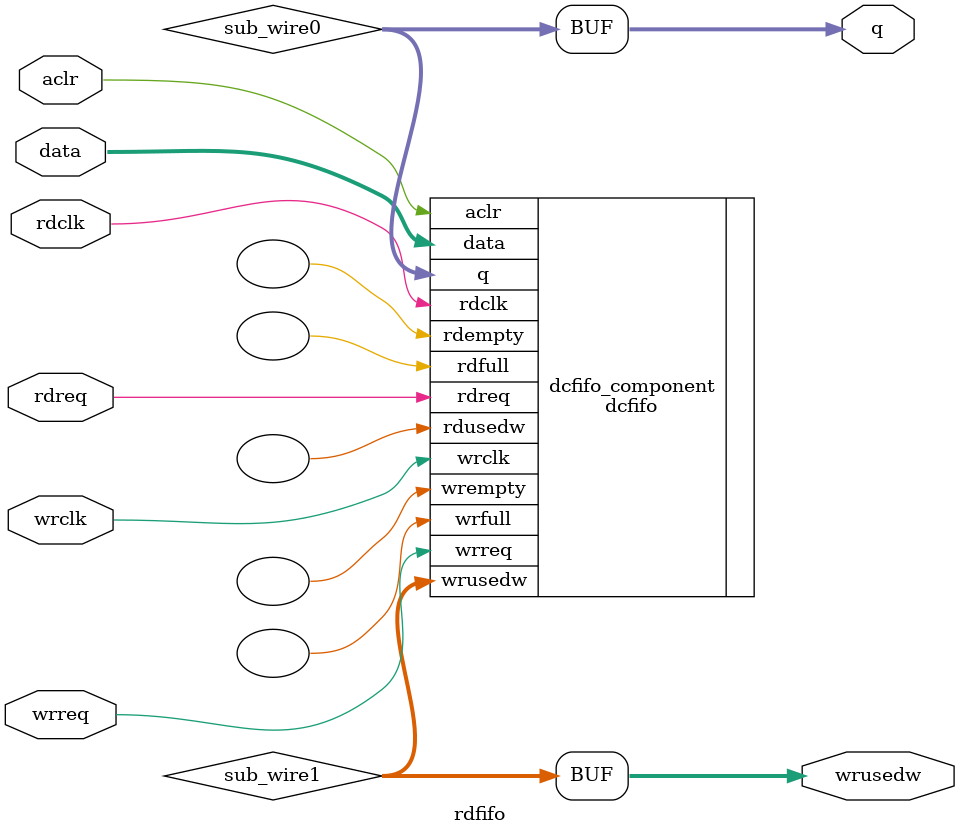
<source format=v>
`timescale 1 ps / 1 ps
module rdfifo (
	aclr,
	data,
	rdclk,
	rdreq,
	wrclk,
	wrreq,
	q,
	wrusedw);

	input	  aclr;
	input	[15:0]  data;
	input	  rdclk;
	input	  rdreq;
	input	  wrclk;
	input	  wrreq;
	output	[15:0]  q;
	output	[9:0]  wrusedw;
`ifndef ALTERA_RESERVED_QIS
// synopsys translate_off
`endif
	tri0	  aclr;
`ifndef ALTERA_RESERVED_QIS
// synopsys translate_on
`endif

	wire [15:0] sub_wire0;
	wire [9:0] sub_wire1;
	wire [15:0] q = sub_wire0[15:0];
	wire [9:0] wrusedw = sub_wire1[9:0];

	dcfifo	dcfifo_component (
				.aclr (aclr),
				.data (data),
				.rdclk (rdclk),
				.rdreq (rdreq),
				.wrclk (wrclk),
				.wrreq (wrreq),
				.q (sub_wire0),
				.wrusedw (sub_wire1),
				.rdempty (),
				.rdfull (),
				.rdusedw (),
				.wrempty (),
				.wrfull ());
	defparam
		dcfifo_component.intended_device_family = "Cyclone II",
		dcfifo_component.lpm_hint = "MAXIMIZE_SPEED=5,",
		dcfifo_component.lpm_numwords = 1024,
		dcfifo_component.lpm_showahead = "OFF",
		dcfifo_component.lpm_type = "dcfifo",
		dcfifo_component.lpm_width = 16,
		dcfifo_component.lpm_widthu = 10,
		dcfifo_component.overflow_checking = "ON",
		dcfifo_component.rdsync_delaypipe = 3,
		dcfifo_component.underflow_checking = "ON",
		dcfifo_component.use_eab = "ON",
		dcfifo_component.write_aclr_synch = "OFF",
		dcfifo_component.wrsync_delaypipe = 3;


endmodule

// ============================================================
// CNX file retrieval info
// ============================================================
// Retrieval info: PRIVATE: AlmostEmpty NUMERIC "0"
// Retrieval info: PRIVATE: AlmostEmptyThr NUMERIC "-1"
// Retrieval info: PRIVATE: AlmostFull NUMERIC "0"
// Retrieval info: PRIVATE: AlmostFullThr NUMERIC "-1"
// Retrieval info: PRIVATE: CLOCKS_ARE_SYNCHRONIZED NUMERIC "1"
// Retrieval info: PRIVATE: Clock NUMERIC "4"
// Retrieval info: PRIVATE: Depth NUMERIC "1024"
// Retrieval info: PRIVATE: Empty NUMERIC "1"
// Retrieval info: PRIVATE: Full NUMERIC "1"
// Retrieval info: PRIVATE: INTENDED_DEVICE_FAMILY STRING "Cyclone II"
// Retrieval info: PRIVATE: LE_BasedFIFO NUMERIC "0"
// Retrieval info: PRIVATE: LegacyRREQ NUMERIC "1"
// Retrieval info: PRIVATE: MAX_DEPTH_BY_9 NUMERIC "0"
// Retrieval info: PRIVATE: OVERFLOW_CHECKING NUMERIC "0"
// Retrieval info: PRIVATE: Optimize NUMERIC "2"
// Retrieval info: PRIVATE: RAM_BLOCK_TYPE NUMERIC "0"
// Retrieval info: PRIVATE: SYNTH_WRAPPER_GEN_POSTFIX STRING "0"
// Retrieval info: PRIVATE: UNDERFLOW_CHECKING NUMERIC "0"
// Retrieval info: PRIVATE: UsedW NUMERIC "1"
// Retrieval info: PRIVATE: Width NUMERIC "16"
// Retrieval info: PRIVATE: dc_aclr NUMERIC "1"
// Retrieval info: PRIVATE: diff_widths NUMERIC "0"
// Retrieval info: PRIVATE: msb_usedw NUMERIC "0"
// Retrieval info: PRIVATE: output_width NUMERIC "16"
// Retrieval info: PRIVATE: rsEmpty NUMERIC "0"
// Retrieval info: PRIVATE: rsFull NUMERIC "0"
// Retrieval info: PRIVATE: rsUsedW NUMERIC "0"
// Retrieval info: PRIVATE: sc_aclr NUMERIC "0"
// Retrieval info: PRIVATE: sc_sclr NUMERIC "0"
// Retrieval info: PRIVATE: wsEmpty NUMERIC "0"
// Retrieval info: PRIVATE: wsFull NUMERIC "0"
// Retrieval info: PRIVATE: wsUsedW NUMERIC "1"
// Retrieval info: LIBRARY: altera_mf altera_mf.altera_mf_components.all
// Retrieval info: CONSTANT: INTENDED_DEVICE_FAMILY STRING "Cyclone II"
// Retrieval info: CONSTANT: LPM_HINT STRING "MAXIMIZE_SPEED=5,"
// Retrieval info: CONSTANT: LPM_NUMWORDS NUMERIC "1024"
// Retrieval info: CONSTANT: LPM_SHOWAHEAD STRING "OFF"
// Retrieval info: CONSTANT: LPM_TYPE STRING "dcfifo"
// Retrieval info: CONSTANT: LPM_WIDTH NUMERIC "16"
// Retrieval info: CONSTANT: LPM_WIDTHU NUMERIC "10"
// Retrieval info: CONSTANT: OVERFLOW_CHECKING STRING "ON"
// Retrieval info: CONSTANT: RDSYNC_DELAYPIPE NUMERIC "3"
// Retrieval info: CONSTANT: UNDERFLOW_CHECKING STRING "ON"
// Retrieval info: CONSTANT: USE_EAB STRING "ON"
// Retrieval info: CONSTANT: WRITE_ACLR_SYNCH STRING "OFF"
// Retrieval info: CONSTANT: WRSYNC_DELAYPIPE NUMERIC "3"
// Retrieval info: USED_PORT: aclr 0 0 0 0 INPUT GND "aclr"
// Retrieval info: USED_PORT: data 0 0 16 0 INPUT NODEFVAL "data[15..0]"
// Retrieval info: USED_PORT: q 0 0 16 0 OUTPUT NODEFVAL "q[15..0]"
// Retrieval info: USED_PORT: rdclk 0 0 0 0 INPUT NODEFVAL "rdclk"
// Retrieval info: USED_PORT: rdreq 0 0 0 0 INPUT NODEFVAL "rdreq"
// Retrieval info: USED_PORT: wrclk 0 0 0 0 INPUT NODEFVAL "wrclk"
// Retrieval info: USED_PORT: wrreq 0 0 0 0 INPUT NODEFVAL "wrreq"
// Retrieval info: USED_PORT: wrusedw 0 0 10 0 OUTPUT NODEFVAL "wrusedw[9..0]"
// Retrieval info: CONNECT: @aclr 0 0 0 0 aclr 0 0 0 0
// Retrieval info: CONNECT: @data 0 0 16 0 data 0 0 16 0
// Retrieval info: CONNECT: @rdclk 0 0 0 0 rdclk 0 0 0 0
// Retrieval info: CONNECT: @rdreq 0 0 0 0 rdreq 0 0 0 0
// Retrieval info: CONNECT: @wrclk 0 0 0 0 wrclk 0 0 0 0
// Retrieval info: CONNECT: @wrreq 0 0 0 0 wrreq 0 0 0 0
// Retrieval info: CONNECT: q 0 0 16 0 @q 0 0 16 0
// Retrieval info: CONNECT: wrusedw 0 0 10 0 @wrusedw 0 0 10 0
// Retrieval info: GEN_FILE: TYPE_NORMAL rdfifo.v TRUE
// Retrieval info: GEN_FILE: TYPE_NORMAL rdfifo.inc FALSE
// Retrieval info: GEN_FILE: TYPE_NORMAL rdfifo.cmp FALSE
// Retrieval info: GEN_FILE: TYPE_NORMAL rdfifo.bsf FALSE
// Retrieval info: GEN_FILE: TYPE_NORMAL rdfifo_inst.v FALSE
// Retrieval info: GEN_FILE: TYPE_NORMAL rdfifo_bb.v FALSE
// Retrieval info: GEN_FILE: TYPE_NORMAL rdfifo_waveforms.html FALSE
// Retrieval info: GEN_FILE: TYPE_NORMAL rdfifo_wave*.jpg FALSE
// Retrieval info: LIB_FILE: altera_mf

</source>
